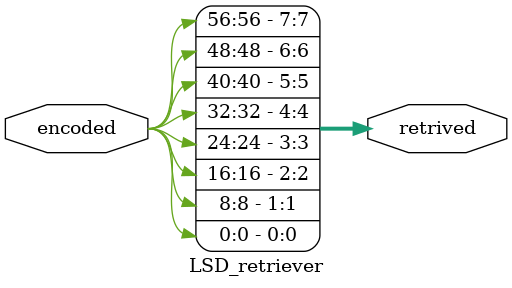
<source format=v>
`timescale 1ns / 1ps

module LSD_retriever(input [63:0] encoded,output [7:0] retrived);
    //retrive the LSB of each byte inputted and output it
    assign retrived[0] = encoded[8*0];
    assign retrived[1] = encoded[8*1];
    assign retrived[2] = encoded[8*2];
    assign retrived[3] = encoded[8*3];
    assign retrived[4] = encoded[8*4];
    assign retrived[5] = encoded[8*5];
    assign retrived[6] = encoded[8*6];
    assign retrived[7] = encoded[8*7];
endmodule

</source>
